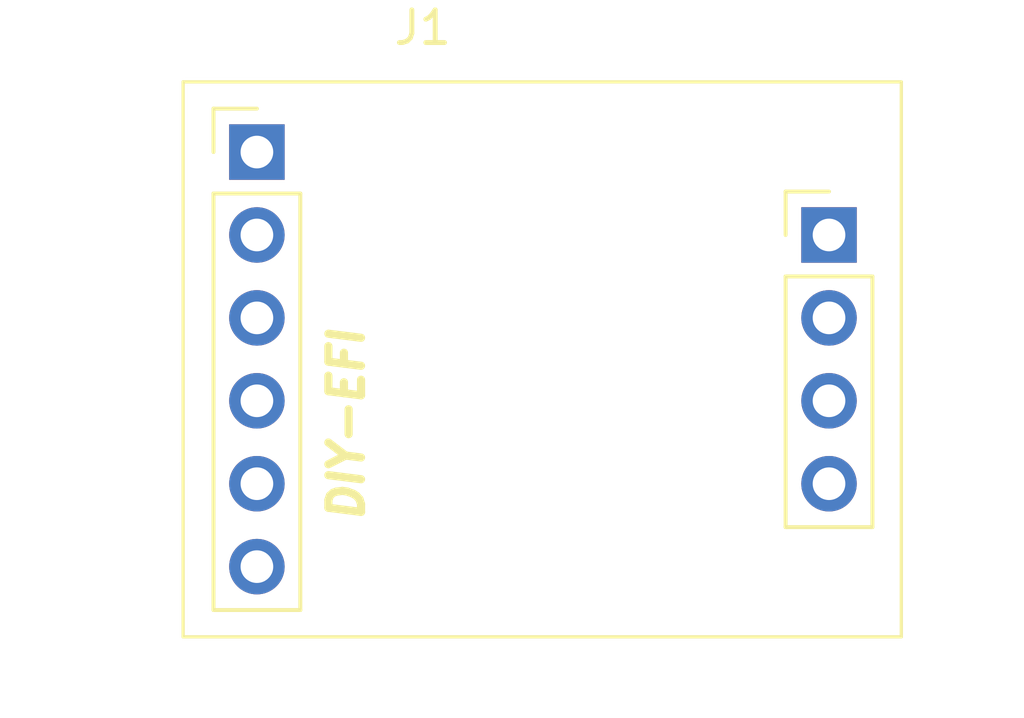
<source format=kicad_pcb>
(kicad_pcb (version 20211014) (generator pcbnew)
  (layers (0 "F.Cu" signal) (31 "B.Cu" signal) (34 "B.Paste" user) (35 "F.Paste" user) (36 "B.SilkS" user "B.Silkscreen") (37 "F.SilkS" user "F.Silkscreen") (38 "B.Mask" user) (39 "F.Mask" user) (44 "Edge.Cuts" user))
  (net 0 "")
  (net 1 "VDD")
  (net 2 "LIN")
  (net 3 "TX")
  (net 4 "GND")
  (net 5 "VM")
  (net 6 "H-")
  (net 7 "UN")
  (net 8 "IP")
  (net 9 "H+12v")
  (net 10 "IA")
  (footprint "AmesisProject_Librairie:PinHeader_1x06_P2.54mm_Vertical" (layer "F.Cu") (at 215.1395 131.92)
    (fp_text reference "J1" (at 12.7 -5.08) (layer "F.SilkS"))
    (fp_text value "TinyWB_Conn_01x06_&_01x04_Male")
    (fp_line (start 23.816 2.54) (end 23.816 10.22) (layer "F.SilkS") (width 0.12))
    (fp_line (start 6.29 0) (end 8.95 0) (layer "F.SilkS") (width 0.12))
    (fp_line (start 23.816 -0.06) (end 25.146 -0.06) (layer "F.SilkS") (width 0.12))
    (fp_line (start 23.816 10.22) (end 26.476 10.22) (layer "F.SilkS") (width 0.12))
    (fp_line (start 6.29 -1.27) (end 6.29 -2.6) (layer "F.SilkS") (width 0.12))
    (fp_line (start 23.816 1.27) (end 23.816 -0.06) (layer "F.SilkS") (width 0.12))
    (fp_line (start 26.476 2.54) (end 26.476 10.22) (layer "F.SilkS") (width 0.12))
    (fp_line (start 8.95 0) (end 8.95 12.76) (layer "F.SilkS") (width 0.12))
    (fp_line (start 6.29 12.76) (end 8.95 12.76) (layer "F.SilkS") (width 0.12))
    (fp_line (start 6.29 0) (end 6.29 12.76) (layer "F.SilkS") (width 0.12))
    (fp_line (start 6.29 -2.6) (end 7.62 -2.6) (layer "F.SilkS") (width 0.12))
    (fp_line (start 23.816 2.54) (end 26.476 2.54) (layer "F.SilkS") (width 0.12))
    (pad "1" thru_hole rect (at 25.146 1.27) (size 1.7 1.7) (drill 1) (layers *.Cu *.Mask) (net 1 "VDD"))
    (pad "2" thru_hole oval (at 25.146 3.81) (size 1.7 1.7) (drill 1) (layers *.Cu *.Mask) (net 2 "LIN"))
    (pad "3" thru_hole oval (at 25.146 6.35) (size 1.7 1.7) (drill 1) (layers *.Cu *.Mask) (net 3 "TX"))
    (pad "4" thru_hole oval (at 25.146 8.89) (size 1.7 1.7) (drill 1) (layers *.Cu *.Mask) (net 4 "GND"))
    (pad "5" thru_hole rect (at 7.62 -1.27) (size 1.7 1.7) (drill 1) (layers *.Cu *.Mask) (net 5 "VM"))
    (pad "6" thru_hole oval (at 7.62 1.27) (size 1.7 1.7) (drill 1) (layers *.Cu *.Mask) (net 6 "H-"))
    (pad "7" thru_hole oval (at 7.62 3.81) (size 1.7 1.7) (drill 1) (layers *.Cu *.Mask) (net 7 "UN"))
    (pad "8" thru_hole oval (at 7.62 6.35) (size 1.7 1.7) (drill 1) (layers *.Cu *.Mask) (net 8 "IP"))
    (pad "9" thru_hole oval (at 7.62 8.89) (size 1.7 1.7) (drill 1) (layers *.Cu *.Mask) (net 9 "H+12v"))
    (pad "10" thru_hole oval (at 7.62 11.43) (size 1.7 1.7) (drill 1) (layers *.Cu *.Mask) (net 10 "IA"))
  )
  (gr_line (start 242.5 145.5) (end 220.5 145.5) (layer "F.SilkS") (width 0.1))
  (gr_line (start 242.5 128.5) (end 242.5 145.5) (layer "F.SilkS") (width 0.1))
  (gr_line (start 220.5 145.5) (end 220.5 128.5) (layer "F.SilkS") (width 0.1))
  (gr_line (start 220.5 128.5) (end 242.5 128.5) (layer "F.SilkS") (width 0.1))
  (gr_text "DIY-EFI" (at 225.5 139 90) (layer "F.SilkS") (effects (font (size 1 1) (thickness 0.25) italic)))
)
</source>
